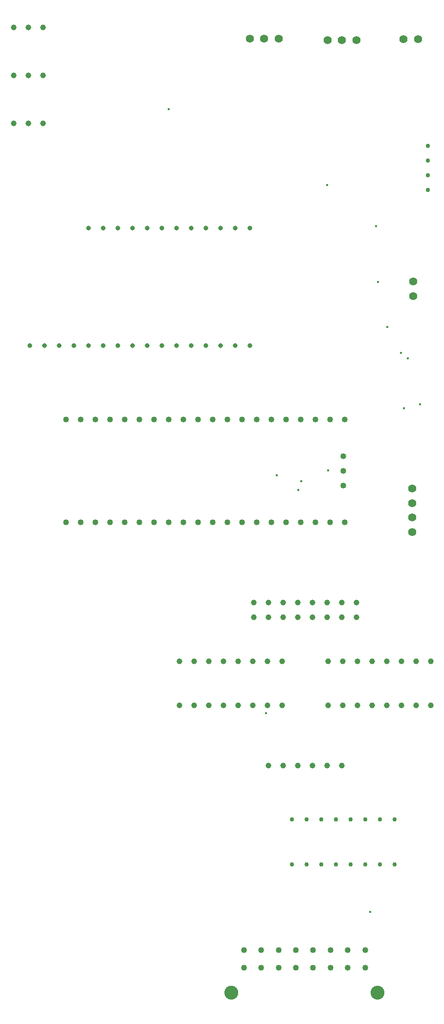
<source format=gbr>
%TF.GenerationSoftware,KiCad,Pcbnew,(6.0.7)*%
%TF.CreationDate,2023-09-07T13:48:50+01:00*%
%TF.ProjectId,CCC_rig_controller,4343435f-7269-4675-9f63-6f6e74726f6c,rev?*%
%TF.SameCoordinates,Original*%
%TF.FileFunction,Plated,1,2,PTH,Drill*%
%TF.FilePolarity,Positive*%
%FSLAX46Y46*%
G04 Gerber Fmt 4.6, Leading zero omitted, Abs format (unit mm)*
G04 Created by KiCad (PCBNEW (6.0.7)) date 2023-09-07 13:48:50*
%MOMM*%
%LPD*%
G01*
G04 APERTURE LIST*
%TA.AperFunction,ViaDrill*%
%ADD10C,0.400000*%
%TD*%
%TA.AperFunction,ComponentDrill*%
%ADD11C,0.759000*%
%TD*%
%TA.AperFunction,ComponentDrill*%
%ADD12C,0.760000*%
%TD*%
%TA.AperFunction,ComponentDrill*%
%ADD13C,0.800000*%
%TD*%
%TA.AperFunction,ComponentDrill*%
%ADD14C,1.000000*%
%TD*%
%TA.AperFunction,ComponentDrill*%
%ADD15C,1.020000*%
%TD*%
%TA.AperFunction,ComponentDrill*%
%ADD16C,1.400000*%
%TD*%
%TA.AperFunction,ComponentDrill*%
%ADD17C,2.410000*%
%TD*%
G04 APERTURE END LIST*
D10*
X43350000Y-38656900D03*
X60237100Y-143166800D03*
X62125500Y-102000000D03*
X65784200Y-104539000D03*
X66326000Y-102996800D03*
X70800000Y-51800000D03*
X71012700Y-101163700D03*
X78300000Y-177500000D03*
X79300000Y-58900000D03*
X79620900Y-68508900D03*
X81188500Y-76306400D03*
X83588900Y-80784100D03*
X84070700Y-90351000D03*
X84774700Y-81780800D03*
X86892200Y-89741600D03*
D11*
%TO.C,IC3*%
X64699800Y-161524200D03*
X64699800Y-169334200D03*
X67239800Y-161524200D03*
X67239800Y-169334200D03*
X69779800Y-161524200D03*
X69779800Y-169334200D03*
X72319800Y-161524200D03*
X72319800Y-169334200D03*
X74859800Y-161524200D03*
X74859800Y-169334200D03*
X77399800Y-161524200D03*
X77399800Y-169334200D03*
X79939800Y-161524200D03*
X79939800Y-169334200D03*
X82479800Y-161524200D03*
X82479800Y-169334200D03*
D12*
%TO.C,PS1*%
X88242000Y-45049800D03*
X88242000Y-47589800D03*
X88242000Y-50129800D03*
X88242000Y-52669800D03*
D13*
%TO.C,A1*%
X19360000Y-79520000D03*
X21900000Y-79520000D03*
X24440000Y-79520000D03*
X26980000Y-79520000D03*
X29520000Y-59200000D03*
X29520000Y-79520000D03*
X32060000Y-59200000D03*
X32060000Y-79520000D03*
X34600000Y-59200000D03*
X34600000Y-79520000D03*
X37140000Y-59200000D03*
X37140000Y-79520000D03*
X39680000Y-59200000D03*
X39680000Y-79520000D03*
X42220000Y-59200000D03*
X42220000Y-79520000D03*
X44760000Y-59200000D03*
X44760000Y-79520000D03*
X47300000Y-59200000D03*
X47300000Y-79520000D03*
X49840000Y-59200000D03*
X49840000Y-79520000D03*
X52380000Y-59200000D03*
X52380000Y-79520000D03*
X54920000Y-59200000D03*
X54920000Y-79520000D03*
X57460000Y-59200000D03*
X57460000Y-79520000D03*
D14*
%TO.C,U4*%
X16500000Y-24494400D03*
%TO.C,U2*%
X16500000Y-32794400D03*
%TO.C,U3*%
X16500000Y-41094400D03*
%TO.C,U4*%
X19040000Y-24494400D03*
%TO.C,U2*%
X19040000Y-32794400D03*
%TO.C,U3*%
X19040000Y-41094400D03*
%TO.C,U4*%
X21580000Y-24494400D03*
%TO.C,U2*%
X21580000Y-32794400D03*
%TO.C,U3*%
X21580000Y-41094400D03*
%TO.C,S1*%
X45205900Y-134187200D03*
X45205900Y-141807200D03*
X47745900Y-134187200D03*
X47745900Y-141807200D03*
X50285900Y-134187200D03*
X50285900Y-141807200D03*
X52825900Y-134187200D03*
X52825900Y-141807200D03*
X55365900Y-134187200D03*
X55365900Y-141807200D03*
X57905900Y-134187200D03*
X57905900Y-141807200D03*
%TO.C,J11*%
X58110900Y-124032200D03*
X58110900Y-126572200D03*
%TO.C,S1*%
X60445900Y-134187200D03*
X60445900Y-141807200D03*
%TO.C,J10*%
X60610900Y-152221200D03*
%TO.C,J11*%
X60650900Y-124032200D03*
X60650900Y-126572200D03*
%TO.C,S1*%
X62985900Y-134187200D03*
X62985900Y-141807200D03*
%TO.C,J10*%
X63150900Y-152221200D03*
%TO.C,J11*%
X63190900Y-124032200D03*
X63190900Y-126572200D03*
%TO.C,J10*%
X65690900Y-152221200D03*
%TO.C,J11*%
X65730900Y-124032200D03*
X65730900Y-126572200D03*
%TO.C,J10*%
X68230900Y-152221200D03*
%TO.C,J11*%
X68270900Y-124032200D03*
X68270900Y-126572200D03*
%TO.C,J10*%
X70770900Y-152221200D03*
%TO.C,J11*%
X70810900Y-124032200D03*
X70810900Y-126572200D03*
%TO.C,S2*%
X70985900Y-134187200D03*
X70985900Y-141807200D03*
%TO.C,J10*%
X73310900Y-152221200D03*
%TO.C,J11*%
X73350900Y-124032200D03*
X73350900Y-126572200D03*
%TO.C,S2*%
X73525900Y-134187200D03*
X73525900Y-141807200D03*
%TO.C,J11*%
X75890900Y-124032200D03*
X75890900Y-126572200D03*
%TO.C,S2*%
X76065900Y-134187200D03*
X76065900Y-141807200D03*
X78605900Y-134187200D03*
X78605900Y-141807200D03*
X81145900Y-134187200D03*
X81145900Y-141807200D03*
X83685900Y-134187200D03*
X83685900Y-141807200D03*
X86225900Y-134187200D03*
X86225900Y-141807200D03*
X88765900Y-134187200D03*
X88765900Y-141807200D03*
D15*
%TO.C,U1*%
X25570000Y-92304400D03*
X25570000Y-110084400D03*
X28110000Y-92304400D03*
X28110000Y-110084400D03*
X30650000Y-92304400D03*
X30650000Y-110084400D03*
X33190000Y-92304400D03*
X33190000Y-110084400D03*
X35730000Y-92304400D03*
X35730000Y-110084400D03*
X38270000Y-92304400D03*
X38270000Y-110084400D03*
X40810000Y-92304400D03*
X40810000Y-110084400D03*
X43350000Y-92304400D03*
X43350000Y-110084400D03*
X45890000Y-92304400D03*
X45890000Y-110084400D03*
X48430000Y-92304400D03*
X48430000Y-110084400D03*
X50970000Y-92304400D03*
X50970000Y-110084400D03*
X53510000Y-92304400D03*
X53510000Y-110084400D03*
X56050000Y-92304400D03*
X56050000Y-110084400D03*
%TO.C,J9*%
X56389100Y-184157800D03*
X56389100Y-187157800D03*
%TO.C,U1*%
X58590000Y-92304400D03*
X58590000Y-110084400D03*
%TO.C,J9*%
X59389100Y-184157800D03*
X59389100Y-187157800D03*
%TO.C,U1*%
X61130000Y-92304400D03*
X61130000Y-110084400D03*
%TO.C,J9*%
X62389100Y-184157800D03*
X62389100Y-187157800D03*
%TO.C,U1*%
X63670000Y-92304400D03*
X63670000Y-110084400D03*
%TO.C,J9*%
X65389100Y-184157800D03*
X65389100Y-187157800D03*
%TO.C,U1*%
X66210000Y-92304400D03*
X66210000Y-110084400D03*
%TO.C,J9*%
X68389100Y-184157800D03*
X68389100Y-187157800D03*
%TO.C,U1*%
X68750000Y-92304400D03*
X68750000Y-110084400D03*
X71290000Y-92304400D03*
X71290000Y-110084400D03*
%TO.C,J9*%
X71389100Y-184157800D03*
X71389100Y-187157800D03*
%TO.C,U1*%
X73600000Y-98654400D03*
X73600000Y-101194400D03*
X73600000Y-103734400D03*
X73830000Y-92304400D03*
X73830000Y-110084400D03*
%TO.C,J9*%
X74389100Y-184157800D03*
X74389100Y-187157800D03*
X77389100Y-184157800D03*
X77389100Y-187157800D03*
D16*
%TO.C,J3*%
X57403000Y-26438800D03*
X59903000Y-26438800D03*
X62403000Y-26438800D03*
%TO.C,J2*%
X70884000Y-26688800D03*
X73384000Y-26688800D03*
X75884000Y-26688800D03*
%TO.C,J1*%
X84052000Y-26538800D03*
%TO.C,J8*%
X85500000Y-104288800D03*
X85500000Y-106788800D03*
X85500000Y-109288800D03*
X85500000Y-111788800D03*
%TO.C,J4*%
X85725000Y-68463800D03*
X85725000Y-70963800D03*
%TO.C,J1*%
X86552000Y-26538800D03*
D17*
%TO.C,J9*%
X54239100Y-191477800D03*
X79539100Y-191477800D03*
M02*

</source>
